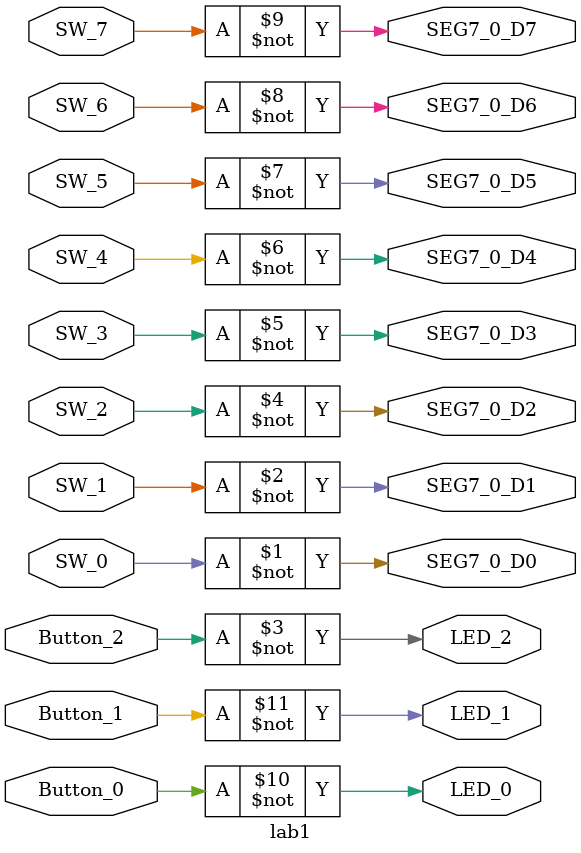
<source format=v>


module lab1(
	SW_0,
	SW_1,
	SW_2,
	SW_3,
	SW_4,
	SW_5,
	SW_6,
	SW_7,
	Button_0,
	Button_1,
	Button_2,
	SEG7_0_D0,
	SEG7_0_D1,
	SEG7_0_D2,
	SEG7_0_D3,
	SEG7_0_D4,
	SEG7_0_D5,
	SEG7_0_D6,
	SEG7_0_D7,
	LED_0,
	LED_1,
	LED_2
);


input wire	SW_0;
input wire	SW_1;
input wire	SW_2;
input wire	SW_3;
input wire	SW_4;
input wire	SW_5;
input wire	SW_6;
input wire	SW_7;
input wire	Button_0;
input wire	Button_1;
input wire	Button_2;
output wire	SEG7_0_D0;
output wire	SEG7_0_D1;
output wire	SEG7_0_D2;
output wire	SEG7_0_D3;
output wire	SEG7_0_D4;
output wire	SEG7_0_D5;
output wire	SEG7_0_D6;
output wire	SEG7_0_D7;
output wire	LED_0;
output wire	LED_1;
output wire	LED_2;





assign	SEG7_0_D0 =  ~SW_0;

assign	SEG7_0_D1 =  ~SW_1;

assign	LED_2 =  ~Button_2;

assign	SEG7_0_D2 =  ~SW_2;

assign	SEG7_0_D3 =  ~SW_3;

assign	SEG7_0_D4 =  ~SW_4;

assign	SEG7_0_D5 =  ~SW_5;

assign	SEG7_0_D6 =  ~SW_6;

assign	SEG7_0_D7 =  ~SW_7;

assign	LED_0 =  ~Button_0;

assign	LED_1 =  ~Button_1;


endmodule

</source>
